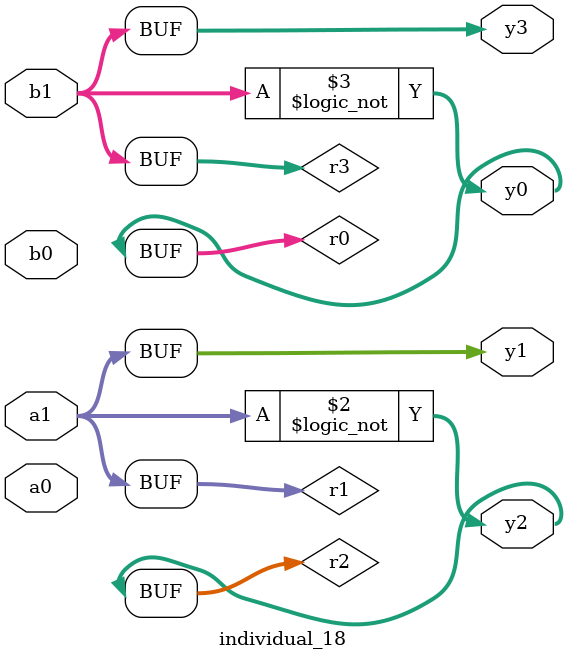
<source format=sv>
module individual_18(input logic [15:0] a1, input logic [15:0] a0, input logic [15:0] b1, input logic [15:0] b0, output logic [15:0] y3, output logic [15:0] y2, output logic [15:0] y1, output logic [15:0] y0);
logic [15:0] r0, r1, r2, r3; 
 always@(*) begin 
	 r0 = a0; r1 = a1; r2 = b0; r3 = b1; 
 	 r2 = ! a1 ;
 	 r0 = ! b1 ;
 	 y3 = r3; y2 = r2; y1 = r1; y0 = r0; 
end
endmodule
</source>
